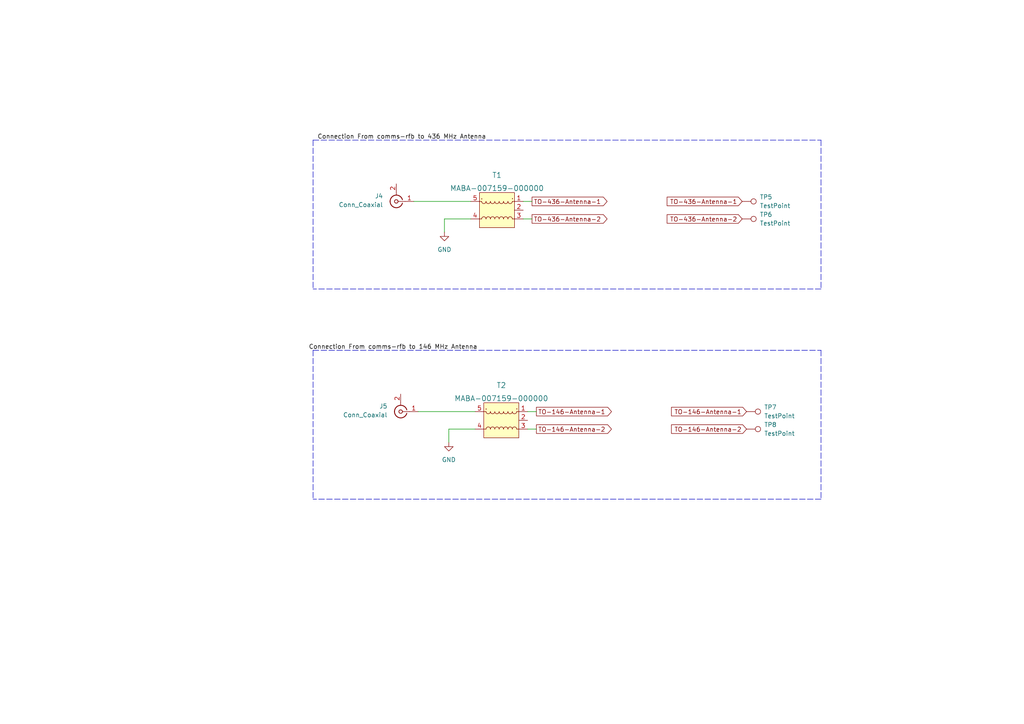
<source format=kicad_sch>
(kicad_sch (version 20211123) (generator eeschema)
  (paper "A4")
  (lib_symbols
    (symbol "Connector:Conn_Coaxial" (pin_names (offset 1.016) hide)
      (property "Reference" "J" (at 0.254 3.048 0))
      (property "Value" "Conn_Coaxial" (at 2.921 0 90))
      (symbol "Conn_Coaxial_0_1"
        (arc (start -1.778 -0.508) (mid 0.2311 -1.8066) (end 1.778 0) (stroke (width 0.254)))
        (polyline (pts (xy -2.54 0) (xy -0.508 0)))
        (polyline (pts (xy 0 -2.54) (xy 0 -1.778)))
        (circle (center 0 0) (radius 0.508) (stroke (width 0.2032)))
        (arc (start 1.778 0) (mid 0.2099 1.8101) (end -1.778 0.508) (stroke (width 0.254)))
      )
      (symbol "Conn_Coaxial_1_1"
        (pin passive line (at -5.08 0 0) (length 2.54) (name "In") (number "1"))
        (pin passive line (at 0 -5.08 90) (length 2.54) (name "Ext") (number "2"))
      )
    )
    (symbol "Connector:TestPoint" (pin_numbers hide) (pin_names (offset 0.762) hide)
      (property "Reference" "TP" (at 0 6.858 0))
      (property "Value" "TestPoint" (at 0 5.08 0))
      (symbol "TestPoint_0_1"
        (circle (center 0 3.302) (radius 0.762))
      )
      (symbol "TestPoint_1_1"
        (pin passive line (at 0 0 90) (length 2.54) (name "1") (number "1"))
      )
    )
    (symbol "dk_Balun:MABA-007159-000000" (pin_names (offset 1.016))
      (property "Reference" "T" (at -3.81 6.35 0))
      (property "Value" "MABA-007159-000000" (at 0 -6.35 0))
      (symbol "MABA-007159-000000_0_1"
        (rectangle (start -5.08 5.08) (end 5.08 -5.08) (fill (type background)))
        (arc (start -4.445 2.54) (mid -3.81 1.905) (end -3.175 2.54))
        (circle (center -4.4196 3.2766) (radius 0.0762))
        (arc (start -3.175 -2.54) (mid -3.81 -1.905) (end -4.445 -2.54))
        (arc (start -3.175 2.54) (mid -2.54 1.905) (end -1.905 2.54))
        (arc (start -1.905 -2.54) (mid -2.54 -1.905) (end -3.175 -2.54))
        (arc (start -1.905 2.54) (mid -1.27 1.905) (end -0.635 2.54))
        (arc (start -0.635 -2.54) (mid -1.27 -1.905) (end -1.905 -2.54))
        (arc (start -0.635 2.54) (mid 0 1.905) (end 0.635 2.54))
        (polyline (pts (xy -5.08 -2.54) (xy -4.445 -2.54)))
        (polyline (pts (xy -4.445 2.54) (xy -5.08 2.54)))
        (polyline (pts (xy 4.445 2.54) (xy 5.08 2.54)))
        (polyline (pts (xy 5.08 -2.54) (xy 4.445 -2.54)))
        (arc (start 0.635 -2.54) (mid 0 -1.905) (end -0.635 -2.54))
        (arc (start 0.635 2.54) (mid 1.27 1.905) (end 1.905 2.54))
        (arc (start 1.905 -2.54) (mid 1.27 -1.905) (end 0.635 -2.54))
        (arc (start 1.905 2.54) (mid 2.54 1.905) (end 3.175 2.54))
        (arc (start 3.175 -2.54) (mid 2.54 -1.905) (end 1.905 -2.54))
        (arc (start 3.175 2.54) (mid 3.81 1.905) (end 4.445 2.54))
        (arc (start 4.445 -2.54) (mid 3.81 -1.905) (end 3.175 -2.54))
        (circle (center 4.4958 3.3274) (radius 0.0762))
      )
      (symbol "MABA-007159-000000_1_0"
        (pin unspecified line (at 7.62 0 180) (length 2.54) (name "~") (number "2"))
      )
      (symbol "MABA-007159-000000_1_1"
        (pin passive line (at 7.62 2.54 180) (length 2.54) (name "~") (number "1"))
        (pin passive line (at 7.62 -2.54 180) (length 2.54) (name "~") (number "3"))
        (pin passive line (at -7.62 -2.54 0) (length 2.54) (name "~") (number "4"))
        (pin passive line (at -7.62 2.54 0) (length 2.54) (name "~") (number "5"))
      )
    )
    (symbol "power:GND" (power) (pin_names (offset 0))
      (property "Value" "GND" (at 0 -3.81 0))
      (symbol "GND_0_1"
        (polyline (pts (xy 0 0) (xy 0 -1.27) (xy 1.27 -1.27) (xy 0 -2.54) (xy -1.27 -1.27) (xy 0 -1.27)))
      )
      (symbol "GND_1_1"
        (pin power_in line (at 0 0 270) (length 0) hide (name "GND") (number "1"))
      )
    )
  )
  (wire (pts (xy 120.015 58.42) (xy 136.525 58.42)))
  (wire (pts (xy 154.305 58.42) (xy 151.765 58.42)))
  (wire (pts (xy 155.575 119.38) (xy 153.035 119.38)))
  (polyline (pts (xy 90.805 101.6) (xy 90.805 144.78)))
  (wire (pts (xy 130.175 124.46) (xy 137.795 124.46)))
  (polyline (pts (xy 90.805 40.64) (xy 238.125 40.64)))
  (wire (pts (xy 153.035 124.46) (xy 155.575 124.46)))
  (polyline (pts (xy 90.805 101.6) (xy 238.125 101.6)))
  (wire (pts (xy 130.175 128.27) (xy 130.175 124.46)))
  (polyline (pts (xy 90.805 40.64) (xy 90.805 83.82)))
  (polyline (pts (xy 238.125 101.6) (xy 238.125 144.78)))
  (polyline (pts (xy 238.125 40.64) (xy 238.125 83.82)))
  (polyline (pts (xy 238.125 83.82) (xy 90.805 83.82)))
  (wire (pts (xy 151.765 63.5) (xy 154.305 63.5)))
  (wire (pts (xy 128.905 67.31) (xy 128.905 63.5)))
  (wire (pts (xy 121.285 119.38) (xy 137.795 119.38)))
  (wire (pts (xy 128.905 63.5) (xy 136.525 63.5)))
  (polyline (pts (xy 238.125 144.78) (xy 90.805 144.78)))
  (label "Connection From comms-rfb to 146 MHz Antenna" (at 89.535 101.6 0))
  (label "Connection From comms-rfb to 436 MHz Antenna" (at 92.075 40.64 0))
  (global_label "TO-146-Antenna-2" (shape input) (at 216.535 124.46 180) (property "Intersheet References" "${INTERSHEET_REFS}" (effects hide)))
  (global_label "TO-436-Antenna-2" (shape input) (at 215.265 63.5 180) (property "Intersheet References" "${INTERSHEET_REFS}" (effects hide)))
  (global_label "TO-436-Antenna-1" (shape output) (at 154.305 58.42 0) (property "Intersheet References" "${INTERSHEET_REFS}" (effects hide)))
  (global_label "TO-146-Antenna-1" (shape input) (at 216.535 119.38 180) (property "Intersheet References" "${INTERSHEET_REFS}" (effects hide)))
  (global_label "TO-436-Antenna-2" (shape output) (at 154.305 63.5 0) (property "Intersheet References" "${INTERSHEET_REFS}" (effects hide)))
  (global_label "TO-436-Antenna-1" (shape input) (at 215.265 58.42 180) (property "Intersheet References" "${INTERSHEET_REFS}" (effects hide)))
  (global_label "TO-146-Antenna-1" (shape output) (at 155.575 119.38 0) (property "Intersheet References" "${INTERSHEET_REFS}" (effects hide)))
  (global_label "TO-146-Antenna-2" (shape output) (at 155.575 124.46 0) (property "Intersheet References" "${INTERSHEET_REFS}" (effects hide)))
  (symbol (lib_id "power:GND") (at 130.175 128.27 0) (unit 1)
    (property "Reference" "#PWR04" (effects hide))
    (property "Value" "GND" (at 130.175 133.35 0))
  )
  (symbol (lib_id "Connector:Conn_Coaxial") (at 116.205 119.38 180) (unit 1)
    (property "Reference" "J5" (at 112.395 117.8167 0) (effects (justify left)))
    (property "Value" "Conn_Coaxial" (at 112.395 120.3567 0) (effects (justify left)))
    (property "Footprint" "TestPoint:TestPoint_THTPad_4.0x4.0mm_Drill2.0mm" (effects hide))
    (property "Datasheet" " ~" (effects hide))
  )
  (symbol (lib_id "Connector:TestPoint") (at 215.265 63.5 270) (unit 1)
    (property "Reference" "TP6" (at 220.345 62.2299 90) (effects (justify left)))
    (property "Value" "TestPoint" (at 220.345 64.7699 90) (effects (justify left)))
    (property "Footprint" "TestPoint:TestPoint_THTPad_4.0x4.0mm_Drill2.0mm" (effects hide))
  )
  (symbol (lib_id "Connector:TestPoint") (at 215.265 58.42 270) (unit 1)
    (property "Reference" "TP5" (at 220.345 57.1499 90) (effects (justify left)))
    (property "Value" "TestPoint" (at 220.345 59.6899 90) (effects (justify left)))
    (property "Footprint" "TestPoint:TestPoint_THTPad_4.0x4.0mm_Drill2.0mm" (effects hide))
  )
  (symbol (lib_id "dk_Balun:MABA-007159-000000") (at 145.415 121.92 0) (unit 1)
    (property "Reference" "T2" (at 145.415 111.76 0) (effects (font (size 1.524 1.524))))
    (property "Value" "MABA-007159-000000" (at 145.415 115.57 0) (effects (font (size 1.524 1.524))))
    (property "Footprint" "qset-footprints:MABA-007159-000000" (effects hide))
    (property "Datasheet" "http://cdn.macom.com/datasheets/MABA-007159-000000.pdf" (effects hide))
    (property "Digi-Key_PN" "1465-1302-1-ND" (effects hide))
    (property "MPN" "MABA-007159-000000" (effects hide))
    (property "Category" "RF/IF and RFID" (effects hide))
    (property "Family" "Balun" (effects hide))
    (property "DK_Datasheet_Link" "http://cdn.macom.com/datasheets/MABA-007159-000000.pdf" (effects hide))
    (property "DK_Detail_Page" "/product-detail/en/m-a-com-technology-solutions/MABA-007159-000000/1465-1302-1-ND/4429999" (effects hide))
    (property "Description" "BALUN 4.5MHZ-3GHZ 1:1 6SMD FLAT" (effects hide))
    (property "Manufacturer" "M/A-Com Technology Solutions" (effects hide))
    (property "Status" "Active" (effects hide))
  )
  (symbol (lib_id "Connector:TestPoint") (at 216.535 124.46 270) (unit 1)
    (property "Reference" "TP8" (at 221.615 123.1899 90) (effects (justify left)))
    (property "Value" "TestPoint" (at 221.615 125.7299 90) (effects (justify left)))
    (property "Footprint" "TestPoint:TestPoint_THTPad_4.0x4.0mm_Drill2.0mm" (effects hide))
  )
  (symbol (lib_id "Connector:Conn_Coaxial") (at 114.935 58.42 180) (unit 1)
    (property "Reference" "J4" (at 111.125 56.8567 0) (effects (justify left)))
    (property "Value" "Conn_Coaxial" (at 111.125 59.3967 0) (effects (justify left)))
    (property "Footprint" "TestPoint:TestPoint_THTPad_4.0x4.0mm_Drill2.0mm" (effects hide))
    (property "Datasheet" " ~" (effects hide))
  )
  (symbol (lib_id "dk_Balun:MABA-007159-000000") (at 144.145 60.96 0) (unit 1)
    (property "Reference" "T1" (at 144.145 50.8 0) (effects (font (size 1.524 1.524))))
    (property "Value" "MABA-007159-000000" (at 144.145 54.61 0) (effects (font (size 1.524 1.524))))
    (property "Footprint" "qset-footprints:MABA-007159-000000" (effects hide))
    (property "Datasheet" "http://cdn.macom.com/datasheets/MABA-007159-000000.pdf" (effects hide))
    (property "Digi-Key_PN" "1465-1302-1-ND" (effects hide))
    (property "MPN" "MABA-007159-000000" (effects hide))
    (property "Category" "RF/IF and RFID" (effects hide))
    (property "Family" "Balun" (effects hide))
    (property "DK_Datasheet_Link" "http://cdn.macom.com/datasheets/MABA-007159-000000.pdf" (effects hide))
    (property "DK_Detail_Page" "/product-detail/en/m-a-com-technology-solutions/MABA-007159-000000/1465-1302-1-ND/4429999" (effects hide))
    (property "Description" "BALUN 4.5MHZ-3GHZ 1:1 6SMD FLAT" (effects hide))
    (property "Manufacturer" "M/A-Com Technology Solutions" (effects hide))
    (property "Status" "Active" (effects hide))
  )
  (symbol (lib_id "power:GND") (at 128.905 67.31 0) (unit 1)
    (property "Reference" "#PWR03" (effects hide))
    (property "Value" "GND" (at 128.905 72.39 0))
  )
  (symbol (lib_id "Connector:TestPoint") (at 216.535 119.38 270) (unit 1)
    (property "Reference" "TP7" (at 221.615 118.1099 90) (effects (justify left)))
    (property "Value" "TestPoint" (at 221.615 120.6499 90) (effects (justify left)))
    (property "Footprint" "TestPoint:TestPoint_THTPad_4.0x4.0mm_Drill2.0mm" (effects hide))
  )
)
</source>
